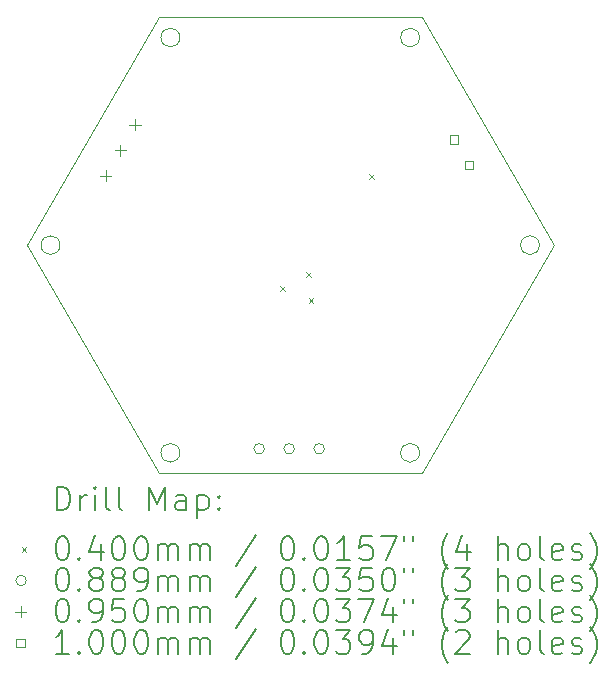
<source format=gbr>
%TF.GenerationSoftware,KiCad,Pcbnew,(6.0.8-1)-1*%
%TF.CreationDate,2022-11-16T20:24:57-05:00*%
%TF.ProjectId,Untitled,556e7469-746c-4656-942e-6b696361645f,rev?*%
%TF.SameCoordinates,Original*%
%TF.FileFunction,Drillmap*%
%TF.FilePolarity,Positive*%
%FSLAX45Y45*%
G04 Gerber Fmt 4.5, Leading zero omitted, Abs format (unit mm)*
G04 Created by KiCad (PCBNEW (6.0.8-1)-1) date 2022-11-16 20:24:57*
%MOMM*%
%LPD*%
G01*
G04 APERTURE LIST*
%ADD10C,0.100000*%
%ADD11C,0.200000*%
%ADD12C,0.040000*%
%ADD13C,0.088900*%
%ADD14C,0.095000*%
G04 APERTURE END LIST*
D10*
X9439000Y-7559000D02*
G75*
G03*
X9439000Y-7559000I-80000J0D01*
G01*
X8425000Y-5801000D02*
G75*
G03*
X8425000Y-5801000I-80000J0D01*
G01*
X9259000Y-3870000D02*
X8145000Y-5801000D01*
X11469000Y-7559000D02*
G75*
G03*
X11469000Y-7559000I-80000J0D01*
G01*
X11489000Y-3870000D02*
X9259000Y-3870000D01*
X9259000Y-7732000D02*
X11489000Y-7732000D01*
X8145000Y-5801000D02*
X9259000Y-7732000D01*
X12604000Y-5801000D02*
X11489000Y-7732000D01*
X12484000Y-5801000D02*
G75*
G03*
X12484000Y-5801000I-80000J0D01*
G01*
X11469000Y-4043000D02*
G75*
G03*
X11469000Y-4043000I-80000J0D01*
G01*
X9439000Y-4043000D02*
G75*
G03*
X9439000Y-4043000I-80000J0D01*
G01*
X12604000Y-5801000D02*
X11489000Y-3870000D01*
D11*
D12*
X10291000Y-6149000D02*
X10331000Y-6189000D01*
X10331000Y-6149000D02*
X10291000Y-6189000D01*
X10509000Y-6031000D02*
X10549000Y-6071000D01*
X10549000Y-6031000D02*
X10509000Y-6071000D01*
X10529000Y-6251000D02*
X10569000Y-6291000D01*
X10569000Y-6251000D02*
X10529000Y-6291000D01*
X11040000Y-5200000D02*
X11080000Y-5240000D01*
X11080000Y-5200000D02*
X11040000Y-5240000D01*
D13*
X10155200Y-7525010D02*
G75*
G03*
X10155200Y-7525010I-44450J0D01*
G01*
X10409200Y-7525010D02*
G75*
G03*
X10409200Y-7525010I-44450J0D01*
G01*
X10663200Y-7525010D02*
G75*
G03*
X10663200Y-7525010I-44450J0D01*
G01*
D14*
X8810000Y-5165513D02*
X8810000Y-5260513D01*
X8762500Y-5213013D02*
X8857500Y-5213013D01*
X8935000Y-4949006D02*
X8935000Y-5044006D01*
X8887500Y-4996506D02*
X8982500Y-4996506D01*
X9060000Y-4732500D02*
X9060000Y-4827500D01*
X9012500Y-4780000D02*
X9107500Y-4780000D01*
D10*
X11798322Y-4940853D02*
X11798322Y-4870141D01*
X11727611Y-4870141D01*
X11727611Y-4940853D01*
X11798322Y-4940853D01*
X11923322Y-5157359D02*
X11923322Y-5086648D01*
X11852611Y-5086648D01*
X11852611Y-5157359D01*
X11923322Y-5157359D01*
D11*
X8397619Y-8047476D02*
X8397619Y-7847476D01*
X8445238Y-7847476D01*
X8473810Y-7857000D01*
X8492857Y-7876048D01*
X8502381Y-7895095D01*
X8511905Y-7933190D01*
X8511905Y-7961762D01*
X8502381Y-7999857D01*
X8492857Y-8018905D01*
X8473810Y-8037952D01*
X8445238Y-8047476D01*
X8397619Y-8047476D01*
X8597619Y-8047476D02*
X8597619Y-7914143D01*
X8597619Y-7952238D02*
X8607143Y-7933190D01*
X8616667Y-7923667D01*
X8635714Y-7914143D01*
X8654762Y-7914143D01*
X8721429Y-8047476D02*
X8721429Y-7914143D01*
X8721429Y-7847476D02*
X8711905Y-7857000D01*
X8721429Y-7866524D01*
X8730952Y-7857000D01*
X8721429Y-7847476D01*
X8721429Y-7866524D01*
X8845238Y-8047476D02*
X8826190Y-8037952D01*
X8816667Y-8018905D01*
X8816667Y-7847476D01*
X8950000Y-8047476D02*
X8930952Y-8037952D01*
X8921429Y-8018905D01*
X8921429Y-7847476D01*
X9178571Y-8047476D02*
X9178571Y-7847476D01*
X9245238Y-7990333D01*
X9311905Y-7847476D01*
X9311905Y-8047476D01*
X9492857Y-8047476D02*
X9492857Y-7942714D01*
X9483333Y-7923667D01*
X9464286Y-7914143D01*
X9426190Y-7914143D01*
X9407143Y-7923667D01*
X9492857Y-8037952D02*
X9473810Y-8047476D01*
X9426190Y-8047476D01*
X9407143Y-8037952D01*
X9397619Y-8018905D01*
X9397619Y-7999857D01*
X9407143Y-7980809D01*
X9426190Y-7971286D01*
X9473810Y-7971286D01*
X9492857Y-7961762D01*
X9588095Y-7914143D02*
X9588095Y-8114143D01*
X9588095Y-7923667D02*
X9607143Y-7914143D01*
X9645238Y-7914143D01*
X9664286Y-7923667D01*
X9673810Y-7933190D01*
X9683333Y-7952238D01*
X9683333Y-8009381D01*
X9673810Y-8028428D01*
X9664286Y-8037952D01*
X9645238Y-8047476D01*
X9607143Y-8047476D01*
X9588095Y-8037952D01*
X9769048Y-8028428D02*
X9778571Y-8037952D01*
X9769048Y-8047476D01*
X9759524Y-8037952D01*
X9769048Y-8028428D01*
X9769048Y-8047476D01*
X9769048Y-7923667D02*
X9778571Y-7933190D01*
X9769048Y-7942714D01*
X9759524Y-7933190D01*
X9769048Y-7923667D01*
X9769048Y-7942714D01*
D12*
X8100000Y-8357000D02*
X8140000Y-8397000D01*
X8140000Y-8357000D02*
X8100000Y-8397000D01*
D11*
X8435714Y-8267476D02*
X8454762Y-8267476D01*
X8473810Y-8277000D01*
X8483333Y-8286524D01*
X8492857Y-8305571D01*
X8502381Y-8343667D01*
X8502381Y-8391286D01*
X8492857Y-8429381D01*
X8483333Y-8448429D01*
X8473810Y-8457952D01*
X8454762Y-8467476D01*
X8435714Y-8467476D01*
X8416667Y-8457952D01*
X8407143Y-8448429D01*
X8397619Y-8429381D01*
X8388095Y-8391286D01*
X8388095Y-8343667D01*
X8397619Y-8305571D01*
X8407143Y-8286524D01*
X8416667Y-8277000D01*
X8435714Y-8267476D01*
X8588095Y-8448429D02*
X8597619Y-8457952D01*
X8588095Y-8467476D01*
X8578571Y-8457952D01*
X8588095Y-8448429D01*
X8588095Y-8467476D01*
X8769048Y-8334143D02*
X8769048Y-8467476D01*
X8721429Y-8257952D02*
X8673810Y-8400810D01*
X8797619Y-8400810D01*
X8911905Y-8267476D02*
X8930952Y-8267476D01*
X8950000Y-8277000D01*
X8959524Y-8286524D01*
X8969048Y-8305571D01*
X8978571Y-8343667D01*
X8978571Y-8391286D01*
X8969048Y-8429381D01*
X8959524Y-8448429D01*
X8950000Y-8457952D01*
X8930952Y-8467476D01*
X8911905Y-8467476D01*
X8892857Y-8457952D01*
X8883333Y-8448429D01*
X8873810Y-8429381D01*
X8864286Y-8391286D01*
X8864286Y-8343667D01*
X8873810Y-8305571D01*
X8883333Y-8286524D01*
X8892857Y-8277000D01*
X8911905Y-8267476D01*
X9102381Y-8267476D02*
X9121429Y-8267476D01*
X9140476Y-8277000D01*
X9150000Y-8286524D01*
X9159524Y-8305571D01*
X9169048Y-8343667D01*
X9169048Y-8391286D01*
X9159524Y-8429381D01*
X9150000Y-8448429D01*
X9140476Y-8457952D01*
X9121429Y-8467476D01*
X9102381Y-8467476D01*
X9083333Y-8457952D01*
X9073810Y-8448429D01*
X9064286Y-8429381D01*
X9054762Y-8391286D01*
X9054762Y-8343667D01*
X9064286Y-8305571D01*
X9073810Y-8286524D01*
X9083333Y-8277000D01*
X9102381Y-8267476D01*
X9254762Y-8467476D02*
X9254762Y-8334143D01*
X9254762Y-8353190D02*
X9264286Y-8343667D01*
X9283333Y-8334143D01*
X9311905Y-8334143D01*
X9330952Y-8343667D01*
X9340476Y-8362714D01*
X9340476Y-8467476D01*
X9340476Y-8362714D02*
X9350000Y-8343667D01*
X9369048Y-8334143D01*
X9397619Y-8334143D01*
X9416667Y-8343667D01*
X9426190Y-8362714D01*
X9426190Y-8467476D01*
X9521429Y-8467476D02*
X9521429Y-8334143D01*
X9521429Y-8353190D02*
X9530952Y-8343667D01*
X9550000Y-8334143D01*
X9578571Y-8334143D01*
X9597619Y-8343667D01*
X9607143Y-8362714D01*
X9607143Y-8467476D01*
X9607143Y-8362714D02*
X9616667Y-8343667D01*
X9635714Y-8334143D01*
X9664286Y-8334143D01*
X9683333Y-8343667D01*
X9692857Y-8362714D01*
X9692857Y-8467476D01*
X10083333Y-8257952D02*
X9911905Y-8515095D01*
X10340476Y-8267476D02*
X10359524Y-8267476D01*
X10378571Y-8277000D01*
X10388095Y-8286524D01*
X10397619Y-8305571D01*
X10407143Y-8343667D01*
X10407143Y-8391286D01*
X10397619Y-8429381D01*
X10388095Y-8448429D01*
X10378571Y-8457952D01*
X10359524Y-8467476D01*
X10340476Y-8467476D01*
X10321429Y-8457952D01*
X10311905Y-8448429D01*
X10302381Y-8429381D01*
X10292857Y-8391286D01*
X10292857Y-8343667D01*
X10302381Y-8305571D01*
X10311905Y-8286524D01*
X10321429Y-8277000D01*
X10340476Y-8267476D01*
X10492857Y-8448429D02*
X10502381Y-8457952D01*
X10492857Y-8467476D01*
X10483333Y-8457952D01*
X10492857Y-8448429D01*
X10492857Y-8467476D01*
X10626190Y-8267476D02*
X10645238Y-8267476D01*
X10664286Y-8277000D01*
X10673810Y-8286524D01*
X10683333Y-8305571D01*
X10692857Y-8343667D01*
X10692857Y-8391286D01*
X10683333Y-8429381D01*
X10673810Y-8448429D01*
X10664286Y-8457952D01*
X10645238Y-8467476D01*
X10626190Y-8467476D01*
X10607143Y-8457952D01*
X10597619Y-8448429D01*
X10588095Y-8429381D01*
X10578571Y-8391286D01*
X10578571Y-8343667D01*
X10588095Y-8305571D01*
X10597619Y-8286524D01*
X10607143Y-8277000D01*
X10626190Y-8267476D01*
X10883333Y-8467476D02*
X10769048Y-8467476D01*
X10826190Y-8467476D02*
X10826190Y-8267476D01*
X10807143Y-8296048D01*
X10788095Y-8315095D01*
X10769048Y-8324619D01*
X11064286Y-8267476D02*
X10969048Y-8267476D01*
X10959524Y-8362714D01*
X10969048Y-8353190D01*
X10988095Y-8343667D01*
X11035714Y-8343667D01*
X11054762Y-8353190D01*
X11064286Y-8362714D01*
X11073810Y-8381762D01*
X11073810Y-8429381D01*
X11064286Y-8448429D01*
X11054762Y-8457952D01*
X11035714Y-8467476D01*
X10988095Y-8467476D01*
X10969048Y-8457952D01*
X10959524Y-8448429D01*
X11140476Y-8267476D02*
X11273809Y-8267476D01*
X11188095Y-8467476D01*
X11340476Y-8267476D02*
X11340476Y-8305571D01*
X11416667Y-8267476D02*
X11416667Y-8305571D01*
X11711905Y-8543667D02*
X11702381Y-8534143D01*
X11683333Y-8505571D01*
X11673809Y-8486524D01*
X11664286Y-8457952D01*
X11654762Y-8410333D01*
X11654762Y-8372238D01*
X11664286Y-8324619D01*
X11673809Y-8296048D01*
X11683333Y-8277000D01*
X11702381Y-8248428D01*
X11711905Y-8238905D01*
X11873809Y-8334143D02*
X11873809Y-8467476D01*
X11826190Y-8257952D02*
X11778571Y-8400810D01*
X11902381Y-8400810D01*
X12130952Y-8467476D02*
X12130952Y-8267476D01*
X12216667Y-8467476D02*
X12216667Y-8362714D01*
X12207143Y-8343667D01*
X12188095Y-8334143D01*
X12159524Y-8334143D01*
X12140476Y-8343667D01*
X12130952Y-8353190D01*
X12340476Y-8467476D02*
X12321428Y-8457952D01*
X12311905Y-8448429D01*
X12302381Y-8429381D01*
X12302381Y-8372238D01*
X12311905Y-8353190D01*
X12321428Y-8343667D01*
X12340476Y-8334143D01*
X12369048Y-8334143D01*
X12388095Y-8343667D01*
X12397619Y-8353190D01*
X12407143Y-8372238D01*
X12407143Y-8429381D01*
X12397619Y-8448429D01*
X12388095Y-8457952D01*
X12369048Y-8467476D01*
X12340476Y-8467476D01*
X12521428Y-8467476D02*
X12502381Y-8457952D01*
X12492857Y-8438905D01*
X12492857Y-8267476D01*
X12673809Y-8457952D02*
X12654762Y-8467476D01*
X12616667Y-8467476D01*
X12597619Y-8457952D01*
X12588095Y-8438905D01*
X12588095Y-8362714D01*
X12597619Y-8343667D01*
X12616667Y-8334143D01*
X12654762Y-8334143D01*
X12673809Y-8343667D01*
X12683333Y-8362714D01*
X12683333Y-8381762D01*
X12588095Y-8400810D01*
X12759524Y-8457952D02*
X12778571Y-8467476D01*
X12816667Y-8467476D01*
X12835714Y-8457952D01*
X12845238Y-8438905D01*
X12845238Y-8429381D01*
X12835714Y-8410333D01*
X12816667Y-8400810D01*
X12788095Y-8400810D01*
X12769048Y-8391286D01*
X12759524Y-8372238D01*
X12759524Y-8362714D01*
X12769048Y-8343667D01*
X12788095Y-8334143D01*
X12816667Y-8334143D01*
X12835714Y-8343667D01*
X12911905Y-8543667D02*
X12921428Y-8534143D01*
X12940476Y-8505571D01*
X12950000Y-8486524D01*
X12959524Y-8457952D01*
X12969048Y-8410333D01*
X12969048Y-8372238D01*
X12959524Y-8324619D01*
X12950000Y-8296048D01*
X12940476Y-8277000D01*
X12921428Y-8248428D01*
X12911905Y-8238905D01*
D13*
X8140000Y-8641000D02*
G75*
G03*
X8140000Y-8641000I-44450J0D01*
G01*
D11*
X8435714Y-8531476D02*
X8454762Y-8531476D01*
X8473810Y-8541000D01*
X8483333Y-8550524D01*
X8492857Y-8569571D01*
X8502381Y-8607667D01*
X8502381Y-8655286D01*
X8492857Y-8693381D01*
X8483333Y-8712429D01*
X8473810Y-8721952D01*
X8454762Y-8731476D01*
X8435714Y-8731476D01*
X8416667Y-8721952D01*
X8407143Y-8712429D01*
X8397619Y-8693381D01*
X8388095Y-8655286D01*
X8388095Y-8607667D01*
X8397619Y-8569571D01*
X8407143Y-8550524D01*
X8416667Y-8541000D01*
X8435714Y-8531476D01*
X8588095Y-8712429D02*
X8597619Y-8721952D01*
X8588095Y-8731476D01*
X8578571Y-8721952D01*
X8588095Y-8712429D01*
X8588095Y-8731476D01*
X8711905Y-8617190D02*
X8692857Y-8607667D01*
X8683333Y-8598143D01*
X8673810Y-8579095D01*
X8673810Y-8569571D01*
X8683333Y-8550524D01*
X8692857Y-8541000D01*
X8711905Y-8531476D01*
X8750000Y-8531476D01*
X8769048Y-8541000D01*
X8778571Y-8550524D01*
X8788095Y-8569571D01*
X8788095Y-8579095D01*
X8778571Y-8598143D01*
X8769048Y-8607667D01*
X8750000Y-8617190D01*
X8711905Y-8617190D01*
X8692857Y-8626714D01*
X8683333Y-8636238D01*
X8673810Y-8655286D01*
X8673810Y-8693381D01*
X8683333Y-8712429D01*
X8692857Y-8721952D01*
X8711905Y-8731476D01*
X8750000Y-8731476D01*
X8769048Y-8721952D01*
X8778571Y-8712429D01*
X8788095Y-8693381D01*
X8788095Y-8655286D01*
X8778571Y-8636238D01*
X8769048Y-8626714D01*
X8750000Y-8617190D01*
X8902381Y-8617190D02*
X8883333Y-8607667D01*
X8873810Y-8598143D01*
X8864286Y-8579095D01*
X8864286Y-8569571D01*
X8873810Y-8550524D01*
X8883333Y-8541000D01*
X8902381Y-8531476D01*
X8940476Y-8531476D01*
X8959524Y-8541000D01*
X8969048Y-8550524D01*
X8978571Y-8569571D01*
X8978571Y-8579095D01*
X8969048Y-8598143D01*
X8959524Y-8607667D01*
X8940476Y-8617190D01*
X8902381Y-8617190D01*
X8883333Y-8626714D01*
X8873810Y-8636238D01*
X8864286Y-8655286D01*
X8864286Y-8693381D01*
X8873810Y-8712429D01*
X8883333Y-8721952D01*
X8902381Y-8731476D01*
X8940476Y-8731476D01*
X8959524Y-8721952D01*
X8969048Y-8712429D01*
X8978571Y-8693381D01*
X8978571Y-8655286D01*
X8969048Y-8636238D01*
X8959524Y-8626714D01*
X8940476Y-8617190D01*
X9073810Y-8731476D02*
X9111905Y-8731476D01*
X9130952Y-8721952D01*
X9140476Y-8712429D01*
X9159524Y-8683857D01*
X9169048Y-8645762D01*
X9169048Y-8569571D01*
X9159524Y-8550524D01*
X9150000Y-8541000D01*
X9130952Y-8531476D01*
X9092857Y-8531476D01*
X9073810Y-8541000D01*
X9064286Y-8550524D01*
X9054762Y-8569571D01*
X9054762Y-8617190D01*
X9064286Y-8636238D01*
X9073810Y-8645762D01*
X9092857Y-8655286D01*
X9130952Y-8655286D01*
X9150000Y-8645762D01*
X9159524Y-8636238D01*
X9169048Y-8617190D01*
X9254762Y-8731476D02*
X9254762Y-8598143D01*
X9254762Y-8617190D02*
X9264286Y-8607667D01*
X9283333Y-8598143D01*
X9311905Y-8598143D01*
X9330952Y-8607667D01*
X9340476Y-8626714D01*
X9340476Y-8731476D01*
X9340476Y-8626714D02*
X9350000Y-8607667D01*
X9369048Y-8598143D01*
X9397619Y-8598143D01*
X9416667Y-8607667D01*
X9426190Y-8626714D01*
X9426190Y-8731476D01*
X9521429Y-8731476D02*
X9521429Y-8598143D01*
X9521429Y-8617190D02*
X9530952Y-8607667D01*
X9550000Y-8598143D01*
X9578571Y-8598143D01*
X9597619Y-8607667D01*
X9607143Y-8626714D01*
X9607143Y-8731476D01*
X9607143Y-8626714D02*
X9616667Y-8607667D01*
X9635714Y-8598143D01*
X9664286Y-8598143D01*
X9683333Y-8607667D01*
X9692857Y-8626714D01*
X9692857Y-8731476D01*
X10083333Y-8521952D02*
X9911905Y-8779095D01*
X10340476Y-8531476D02*
X10359524Y-8531476D01*
X10378571Y-8541000D01*
X10388095Y-8550524D01*
X10397619Y-8569571D01*
X10407143Y-8607667D01*
X10407143Y-8655286D01*
X10397619Y-8693381D01*
X10388095Y-8712429D01*
X10378571Y-8721952D01*
X10359524Y-8731476D01*
X10340476Y-8731476D01*
X10321429Y-8721952D01*
X10311905Y-8712429D01*
X10302381Y-8693381D01*
X10292857Y-8655286D01*
X10292857Y-8607667D01*
X10302381Y-8569571D01*
X10311905Y-8550524D01*
X10321429Y-8541000D01*
X10340476Y-8531476D01*
X10492857Y-8712429D02*
X10502381Y-8721952D01*
X10492857Y-8731476D01*
X10483333Y-8721952D01*
X10492857Y-8712429D01*
X10492857Y-8731476D01*
X10626190Y-8531476D02*
X10645238Y-8531476D01*
X10664286Y-8541000D01*
X10673810Y-8550524D01*
X10683333Y-8569571D01*
X10692857Y-8607667D01*
X10692857Y-8655286D01*
X10683333Y-8693381D01*
X10673810Y-8712429D01*
X10664286Y-8721952D01*
X10645238Y-8731476D01*
X10626190Y-8731476D01*
X10607143Y-8721952D01*
X10597619Y-8712429D01*
X10588095Y-8693381D01*
X10578571Y-8655286D01*
X10578571Y-8607667D01*
X10588095Y-8569571D01*
X10597619Y-8550524D01*
X10607143Y-8541000D01*
X10626190Y-8531476D01*
X10759524Y-8531476D02*
X10883333Y-8531476D01*
X10816667Y-8607667D01*
X10845238Y-8607667D01*
X10864286Y-8617190D01*
X10873810Y-8626714D01*
X10883333Y-8645762D01*
X10883333Y-8693381D01*
X10873810Y-8712429D01*
X10864286Y-8721952D01*
X10845238Y-8731476D01*
X10788095Y-8731476D01*
X10769048Y-8721952D01*
X10759524Y-8712429D01*
X11064286Y-8531476D02*
X10969048Y-8531476D01*
X10959524Y-8626714D01*
X10969048Y-8617190D01*
X10988095Y-8607667D01*
X11035714Y-8607667D01*
X11054762Y-8617190D01*
X11064286Y-8626714D01*
X11073810Y-8645762D01*
X11073810Y-8693381D01*
X11064286Y-8712429D01*
X11054762Y-8721952D01*
X11035714Y-8731476D01*
X10988095Y-8731476D01*
X10969048Y-8721952D01*
X10959524Y-8712429D01*
X11197619Y-8531476D02*
X11216667Y-8531476D01*
X11235714Y-8541000D01*
X11245238Y-8550524D01*
X11254762Y-8569571D01*
X11264286Y-8607667D01*
X11264286Y-8655286D01*
X11254762Y-8693381D01*
X11245238Y-8712429D01*
X11235714Y-8721952D01*
X11216667Y-8731476D01*
X11197619Y-8731476D01*
X11178571Y-8721952D01*
X11169048Y-8712429D01*
X11159524Y-8693381D01*
X11150000Y-8655286D01*
X11150000Y-8607667D01*
X11159524Y-8569571D01*
X11169048Y-8550524D01*
X11178571Y-8541000D01*
X11197619Y-8531476D01*
X11340476Y-8531476D02*
X11340476Y-8569571D01*
X11416667Y-8531476D02*
X11416667Y-8569571D01*
X11711905Y-8807667D02*
X11702381Y-8798143D01*
X11683333Y-8769571D01*
X11673809Y-8750524D01*
X11664286Y-8721952D01*
X11654762Y-8674333D01*
X11654762Y-8636238D01*
X11664286Y-8588619D01*
X11673809Y-8560048D01*
X11683333Y-8541000D01*
X11702381Y-8512429D01*
X11711905Y-8502905D01*
X11769048Y-8531476D02*
X11892857Y-8531476D01*
X11826190Y-8607667D01*
X11854762Y-8607667D01*
X11873809Y-8617190D01*
X11883333Y-8626714D01*
X11892857Y-8645762D01*
X11892857Y-8693381D01*
X11883333Y-8712429D01*
X11873809Y-8721952D01*
X11854762Y-8731476D01*
X11797619Y-8731476D01*
X11778571Y-8721952D01*
X11769048Y-8712429D01*
X12130952Y-8731476D02*
X12130952Y-8531476D01*
X12216667Y-8731476D02*
X12216667Y-8626714D01*
X12207143Y-8607667D01*
X12188095Y-8598143D01*
X12159524Y-8598143D01*
X12140476Y-8607667D01*
X12130952Y-8617190D01*
X12340476Y-8731476D02*
X12321428Y-8721952D01*
X12311905Y-8712429D01*
X12302381Y-8693381D01*
X12302381Y-8636238D01*
X12311905Y-8617190D01*
X12321428Y-8607667D01*
X12340476Y-8598143D01*
X12369048Y-8598143D01*
X12388095Y-8607667D01*
X12397619Y-8617190D01*
X12407143Y-8636238D01*
X12407143Y-8693381D01*
X12397619Y-8712429D01*
X12388095Y-8721952D01*
X12369048Y-8731476D01*
X12340476Y-8731476D01*
X12521428Y-8731476D02*
X12502381Y-8721952D01*
X12492857Y-8702905D01*
X12492857Y-8531476D01*
X12673809Y-8721952D02*
X12654762Y-8731476D01*
X12616667Y-8731476D01*
X12597619Y-8721952D01*
X12588095Y-8702905D01*
X12588095Y-8626714D01*
X12597619Y-8607667D01*
X12616667Y-8598143D01*
X12654762Y-8598143D01*
X12673809Y-8607667D01*
X12683333Y-8626714D01*
X12683333Y-8645762D01*
X12588095Y-8664810D01*
X12759524Y-8721952D02*
X12778571Y-8731476D01*
X12816667Y-8731476D01*
X12835714Y-8721952D01*
X12845238Y-8702905D01*
X12845238Y-8693381D01*
X12835714Y-8674333D01*
X12816667Y-8664810D01*
X12788095Y-8664810D01*
X12769048Y-8655286D01*
X12759524Y-8636238D01*
X12759524Y-8626714D01*
X12769048Y-8607667D01*
X12788095Y-8598143D01*
X12816667Y-8598143D01*
X12835714Y-8607667D01*
X12911905Y-8807667D02*
X12921428Y-8798143D01*
X12940476Y-8769571D01*
X12950000Y-8750524D01*
X12959524Y-8721952D01*
X12969048Y-8674333D01*
X12969048Y-8636238D01*
X12959524Y-8588619D01*
X12950000Y-8560048D01*
X12940476Y-8541000D01*
X12921428Y-8512429D01*
X12911905Y-8502905D01*
D14*
X8092500Y-8857500D02*
X8092500Y-8952500D01*
X8045000Y-8905000D02*
X8140000Y-8905000D01*
D11*
X8435714Y-8795476D02*
X8454762Y-8795476D01*
X8473810Y-8805000D01*
X8483333Y-8814524D01*
X8492857Y-8833571D01*
X8502381Y-8871667D01*
X8502381Y-8919286D01*
X8492857Y-8957381D01*
X8483333Y-8976429D01*
X8473810Y-8985952D01*
X8454762Y-8995476D01*
X8435714Y-8995476D01*
X8416667Y-8985952D01*
X8407143Y-8976429D01*
X8397619Y-8957381D01*
X8388095Y-8919286D01*
X8388095Y-8871667D01*
X8397619Y-8833571D01*
X8407143Y-8814524D01*
X8416667Y-8805000D01*
X8435714Y-8795476D01*
X8588095Y-8976429D02*
X8597619Y-8985952D01*
X8588095Y-8995476D01*
X8578571Y-8985952D01*
X8588095Y-8976429D01*
X8588095Y-8995476D01*
X8692857Y-8995476D02*
X8730952Y-8995476D01*
X8750000Y-8985952D01*
X8759524Y-8976429D01*
X8778571Y-8947857D01*
X8788095Y-8909762D01*
X8788095Y-8833571D01*
X8778571Y-8814524D01*
X8769048Y-8805000D01*
X8750000Y-8795476D01*
X8711905Y-8795476D01*
X8692857Y-8805000D01*
X8683333Y-8814524D01*
X8673810Y-8833571D01*
X8673810Y-8881190D01*
X8683333Y-8900238D01*
X8692857Y-8909762D01*
X8711905Y-8919286D01*
X8750000Y-8919286D01*
X8769048Y-8909762D01*
X8778571Y-8900238D01*
X8788095Y-8881190D01*
X8969048Y-8795476D02*
X8873810Y-8795476D01*
X8864286Y-8890714D01*
X8873810Y-8881190D01*
X8892857Y-8871667D01*
X8940476Y-8871667D01*
X8959524Y-8881190D01*
X8969048Y-8890714D01*
X8978571Y-8909762D01*
X8978571Y-8957381D01*
X8969048Y-8976429D01*
X8959524Y-8985952D01*
X8940476Y-8995476D01*
X8892857Y-8995476D01*
X8873810Y-8985952D01*
X8864286Y-8976429D01*
X9102381Y-8795476D02*
X9121429Y-8795476D01*
X9140476Y-8805000D01*
X9150000Y-8814524D01*
X9159524Y-8833571D01*
X9169048Y-8871667D01*
X9169048Y-8919286D01*
X9159524Y-8957381D01*
X9150000Y-8976429D01*
X9140476Y-8985952D01*
X9121429Y-8995476D01*
X9102381Y-8995476D01*
X9083333Y-8985952D01*
X9073810Y-8976429D01*
X9064286Y-8957381D01*
X9054762Y-8919286D01*
X9054762Y-8871667D01*
X9064286Y-8833571D01*
X9073810Y-8814524D01*
X9083333Y-8805000D01*
X9102381Y-8795476D01*
X9254762Y-8995476D02*
X9254762Y-8862143D01*
X9254762Y-8881190D02*
X9264286Y-8871667D01*
X9283333Y-8862143D01*
X9311905Y-8862143D01*
X9330952Y-8871667D01*
X9340476Y-8890714D01*
X9340476Y-8995476D01*
X9340476Y-8890714D02*
X9350000Y-8871667D01*
X9369048Y-8862143D01*
X9397619Y-8862143D01*
X9416667Y-8871667D01*
X9426190Y-8890714D01*
X9426190Y-8995476D01*
X9521429Y-8995476D02*
X9521429Y-8862143D01*
X9521429Y-8881190D02*
X9530952Y-8871667D01*
X9550000Y-8862143D01*
X9578571Y-8862143D01*
X9597619Y-8871667D01*
X9607143Y-8890714D01*
X9607143Y-8995476D01*
X9607143Y-8890714D02*
X9616667Y-8871667D01*
X9635714Y-8862143D01*
X9664286Y-8862143D01*
X9683333Y-8871667D01*
X9692857Y-8890714D01*
X9692857Y-8995476D01*
X10083333Y-8785952D02*
X9911905Y-9043095D01*
X10340476Y-8795476D02*
X10359524Y-8795476D01*
X10378571Y-8805000D01*
X10388095Y-8814524D01*
X10397619Y-8833571D01*
X10407143Y-8871667D01*
X10407143Y-8919286D01*
X10397619Y-8957381D01*
X10388095Y-8976429D01*
X10378571Y-8985952D01*
X10359524Y-8995476D01*
X10340476Y-8995476D01*
X10321429Y-8985952D01*
X10311905Y-8976429D01*
X10302381Y-8957381D01*
X10292857Y-8919286D01*
X10292857Y-8871667D01*
X10302381Y-8833571D01*
X10311905Y-8814524D01*
X10321429Y-8805000D01*
X10340476Y-8795476D01*
X10492857Y-8976429D02*
X10502381Y-8985952D01*
X10492857Y-8995476D01*
X10483333Y-8985952D01*
X10492857Y-8976429D01*
X10492857Y-8995476D01*
X10626190Y-8795476D02*
X10645238Y-8795476D01*
X10664286Y-8805000D01*
X10673810Y-8814524D01*
X10683333Y-8833571D01*
X10692857Y-8871667D01*
X10692857Y-8919286D01*
X10683333Y-8957381D01*
X10673810Y-8976429D01*
X10664286Y-8985952D01*
X10645238Y-8995476D01*
X10626190Y-8995476D01*
X10607143Y-8985952D01*
X10597619Y-8976429D01*
X10588095Y-8957381D01*
X10578571Y-8919286D01*
X10578571Y-8871667D01*
X10588095Y-8833571D01*
X10597619Y-8814524D01*
X10607143Y-8805000D01*
X10626190Y-8795476D01*
X10759524Y-8795476D02*
X10883333Y-8795476D01*
X10816667Y-8871667D01*
X10845238Y-8871667D01*
X10864286Y-8881190D01*
X10873810Y-8890714D01*
X10883333Y-8909762D01*
X10883333Y-8957381D01*
X10873810Y-8976429D01*
X10864286Y-8985952D01*
X10845238Y-8995476D01*
X10788095Y-8995476D01*
X10769048Y-8985952D01*
X10759524Y-8976429D01*
X10950000Y-8795476D02*
X11083333Y-8795476D01*
X10997619Y-8995476D01*
X11245238Y-8862143D02*
X11245238Y-8995476D01*
X11197619Y-8785952D02*
X11150000Y-8928810D01*
X11273809Y-8928810D01*
X11340476Y-8795476D02*
X11340476Y-8833571D01*
X11416667Y-8795476D02*
X11416667Y-8833571D01*
X11711905Y-9071667D02*
X11702381Y-9062143D01*
X11683333Y-9033571D01*
X11673809Y-9014524D01*
X11664286Y-8985952D01*
X11654762Y-8938333D01*
X11654762Y-8900238D01*
X11664286Y-8852619D01*
X11673809Y-8824048D01*
X11683333Y-8805000D01*
X11702381Y-8776429D01*
X11711905Y-8766905D01*
X11769048Y-8795476D02*
X11892857Y-8795476D01*
X11826190Y-8871667D01*
X11854762Y-8871667D01*
X11873809Y-8881190D01*
X11883333Y-8890714D01*
X11892857Y-8909762D01*
X11892857Y-8957381D01*
X11883333Y-8976429D01*
X11873809Y-8985952D01*
X11854762Y-8995476D01*
X11797619Y-8995476D01*
X11778571Y-8985952D01*
X11769048Y-8976429D01*
X12130952Y-8995476D02*
X12130952Y-8795476D01*
X12216667Y-8995476D02*
X12216667Y-8890714D01*
X12207143Y-8871667D01*
X12188095Y-8862143D01*
X12159524Y-8862143D01*
X12140476Y-8871667D01*
X12130952Y-8881190D01*
X12340476Y-8995476D02*
X12321428Y-8985952D01*
X12311905Y-8976429D01*
X12302381Y-8957381D01*
X12302381Y-8900238D01*
X12311905Y-8881190D01*
X12321428Y-8871667D01*
X12340476Y-8862143D01*
X12369048Y-8862143D01*
X12388095Y-8871667D01*
X12397619Y-8881190D01*
X12407143Y-8900238D01*
X12407143Y-8957381D01*
X12397619Y-8976429D01*
X12388095Y-8985952D01*
X12369048Y-8995476D01*
X12340476Y-8995476D01*
X12521428Y-8995476D02*
X12502381Y-8985952D01*
X12492857Y-8966905D01*
X12492857Y-8795476D01*
X12673809Y-8985952D02*
X12654762Y-8995476D01*
X12616667Y-8995476D01*
X12597619Y-8985952D01*
X12588095Y-8966905D01*
X12588095Y-8890714D01*
X12597619Y-8871667D01*
X12616667Y-8862143D01*
X12654762Y-8862143D01*
X12673809Y-8871667D01*
X12683333Y-8890714D01*
X12683333Y-8909762D01*
X12588095Y-8928810D01*
X12759524Y-8985952D02*
X12778571Y-8995476D01*
X12816667Y-8995476D01*
X12835714Y-8985952D01*
X12845238Y-8966905D01*
X12845238Y-8957381D01*
X12835714Y-8938333D01*
X12816667Y-8928810D01*
X12788095Y-8928810D01*
X12769048Y-8919286D01*
X12759524Y-8900238D01*
X12759524Y-8890714D01*
X12769048Y-8871667D01*
X12788095Y-8862143D01*
X12816667Y-8862143D01*
X12835714Y-8871667D01*
X12911905Y-9071667D02*
X12921428Y-9062143D01*
X12940476Y-9033571D01*
X12950000Y-9014524D01*
X12959524Y-8985952D01*
X12969048Y-8938333D01*
X12969048Y-8900238D01*
X12959524Y-8852619D01*
X12950000Y-8824048D01*
X12940476Y-8805000D01*
X12921428Y-8776429D01*
X12911905Y-8766905D01*
D10*
X8125356Y-9204356D02*
X8125356Y-9133644D01*
X8054644Y-9133644D01*
X8054644Y-9204356D01*
X8125356Y-9204356D01*
D11*
X8502381Y-9259476D02*
X8388095Y-9259476D01*
X8445238Y-9259476D02*
X8445238Y-9059476D01*
X8426190Y-9088048D01*
X8407143Y-9107095D01*
X8388095Y-9116619D01*
X8588095Y-9240429D02*
X8597619Y-9249952D01*
X8588095Y-9259476D01*
X8578571Y-9249952D01*
X8588095Y-9240429D01*
X8588095Y-9259476D01*
X8721429Y-9059476D02*
X8740476Y-9059476D01*
X8759524Y-9069000D01*
X8769048Y-9078524D01*
X8778571Y-9097571D01*
X8788095Y-9135667D01*
X8788095Y-9183286D01*
X8778571Y-9221381D01*
X8769048Y-9240429D01*
X8759524Y-9249952D01*
X8740476Y-9259476D01*
X8721429Y-9259476D01*
X8702381Y-9249952D01*
X8692857Y-9240429D01*
X8683333Y-9221381D01*
X8673810Y-9183286D01*
X8673810Y-9135667D01*
X8683333Y-9097571D01*
X8692857Y-9078524D01*
X8702381Y-9069000D01*
X8721429Y-9059476D01*
X8911905Y-9059476D02*
X8930952Y-9059476D01*
X8950000Y-9069000D01*
X8959524Y-9078524D01*
X8969048Y-9097571D01*
X8978571Y-9135667D01*
X8978571Y-9183286D01*
X8969048Y-9221381D01*
X8959524Y-9240429D01*
X8950000Y-9249952D01*
X8930952Y-9259476D01*
X8911905Y-9259476D01*
X8892857Y-9249952D01*
X8883333Y-9240429D01*
X8873810Y-9221381D01*
X8864286Y-9183286D01*
X8864286Y-9135667D01*
X8873810Y-9097571D01*
X8883333Y-9078524D01*
X8892857Y-9069000D01*
X8911905Y-9059476D01*
X9102381Y-9059476D02*
X9121429Y-9059476D01*
X9140476Y-9069000D01*
X9150000Y-9078524D01*
X9159524Y-9097571D01*
X9169048Y-9135667D01*
X9169048Y-9183286D01*
X9159524Y-9221381D01*
X9150000Y-9240429D01*
X9140476Y-9249952D01*
X9121429Y-9259476D01*
X9102381Y-9259476D01*
X9083333Y-9249952D01*
X9073810Y-9240429D01*
X9064286Y-9221381D01*
X9054762Y-9183286D01*
X9054762Y-9135667D01*
X9064286Y-9097571D01*
X9073810Y-9078524D01*
X9083333Y-9069000D01*
X9102381Y-9059476D01*
X9254762Y-9259476D02*
X9254762Y-9126143D01*
X9254762Y-9145190D02*
X9264286Y-9135667D01*
X9283333Y-9126143D01*
X9311905Y-9126143D01*
X9330952Y-9135667D01*
X9340476Y-9154714D01*
X9340476Y-9259476D01*
X9340476Y-9154714D02*
X9350000Y-9135667D01*
X9369048Y-9126143D01*
X9397619Y-9126143D01*
X9416667Y-9135667D01*
X9426190Y-9154714D01*
X9426190Y-9259476D01*
X9521429Y-9259476D02*
X9521429Y-9126143D01*
X9521429Y-9145190D02*
X9530952Y-9135667D01*
X9550000Y-9126143D01*
X9578571Y-9126143D01*
X9597619Y-9135667D01*
X9607143Y-9154714D01*
X9607143Y-9259476D01*
X9607143Y-9154714D02*
X9616667Y-9135667D01*
X9635714Y-9126143D01*
X9664286Y-9126143D01*
X9683333Y-9135667D01*
X9692857Y-9154714D01*
X9692857Y-9259476D01*
X10083333Y-9049952D02*
X9911905Y-9307095D01*
X10340476Y-9059476D02*
X10359524Y-9059476D01*
X10378571Y-9069000D01*
X10388095Y-9078524D01*
X10397619Y-9097571D01*
X10407143Y-9135667D01*
X10407143Y-9183286D01*
X10397619Y-9221381D01*
X10388095Y-9240429D01*
X10378571Y-9249952D01*
X10359524Y-9259476D01*
X10340476Y-9259476D01*
X10321429Y-9249952D01*
X10311905Y-9240429D01*
X10302381Y-9221381D01*
X10292857Y-9183286D01*
X10292857Y-9135667D01*
X10302381Y-9097571D01*
X10311905Y-9078524D01*
X10321429Y-9069000D01*
X10340476Y-9059476D01*
X10492857Y-9240429D02*
X10502381Y-9249952D01*
X10492857Y-9259476D01*
X10483333Y-9249952D01*
X10492857Y-9240429D01*
X10492857Y-9259476D01*
X10626190Y-9059476D02*
X10645238Y-9059476D01*
X10664286Y-9069000D01*
X10673810Y-9078524D01*
X10683333Y-9097571D01*
X10692857Y-9135667D01*
X10692857Y-9183286D01*
X10683333Y-9221381D01*
X10673810Y-9240429D01*
X10664286Y-9249952D01*
X10645238Y-9259476D01*
X10626190Y-9259476D01*
X10607143Y-9249952D01*
X10597619Y-9240429D01*
X10588095Y-9221381D01*
X10578571Y-9183286D01*
X10578571Y-9135667D01*
X10588095Y-9097571D01*
X10597619Y-9078524D01*
X10607143Y-9069000D01*
X10626190Y-9059476D01*
X10759524Y-9059476D02*
X10883333Y-9059476D01*
X10816667Y-9135667D01*
X10845238Y-9135667D01*
X10864286Y-9145190D01*
X10873810Y-9154714D01*
X10883333Y-9173762D01*
X10883333Y-9221381D01*
X10873810Y-9240429D01*
X10864286Y-9249952D01*
X10845238Y-9259476D01*
X10788095Y-9259476D01*
X10769048Y-9249952D01*
X10759524Y-9240429D01*
X10978571Y-9259476D02*
X11016667Y-9259476D01*
X11035714Y-9249952D01*
X11045238Y-9240429D01*
X11064286Y-9211857D01*
X11073810Y-9173762D01*
X11073810Y-9097571D01*
X11064286Y-9078524D01*
X11054762Y-9069000D01*
X11035714Y-9059476D01*
X10997619Y-9059476D01*
X10978571Y-9069000D01*
X10969048Y-9078524D01*
X10959524Y-9097571D01*
X10959524Y-9145190D01*
X10969048Y-9164238D01*
X10978571Y-9173762D01*
X10997619Y-9183286D01*
X11035714Y-9183286D01*
X11054762Y-9173762D01*
X11064286Y-9164238D01*
X11073810Y-9145190D01*
X11245238Y-9126143D02*
X11245238Y-9259476D01*
X11197619Y-9049952D02*
X11150000Y-9192810D01*
X11273809Y-9192810D01*
X11340476Y-9059476D02*
X11340476Y-9097571D01*
X11416667Y-9059476D02*
X11416667Y-9097571D01*
X11711905Y-9335667D02*
X11702381Y-9326143D01*
X11683333Y-9297571D01*
X11673809Y-9278524D01*
X11664286Y-9249952D01*
X11654762Y-9202333D01*
X11654762Y-9164238D01*
X11664286Y-9116619D01*
X11673809Y-9088048D01*
X11683333Y-9069000D01*
X11702381Y-9040429D01*
X11711905Y-9030905D01*
X11778571Y-9078524D02*
X11788095Y-9069000D01*
X11807143Y-9059476D01*
X11854762Y-9059476D01*
X11873809Y-9069000D01*
X11883333Y-9078524D01*
X11892857Y-9097571D01*
X11892857Y-9116619D01*
X11883333Y-9145190D01*
X11769048Y-9259476D01*
X11892857Y-9259476D01*
X12130952Y-9259476D02*
X12130952Y-9059476D01*
X12216667Y-9259476D02*
X12216667Y-9154714D01*
X12207143Y-9135667D01*
X12188095Y-9126143D01*
X12159524Y-9126143D01*
X12140476Y-9135667D01*
X12130952Y-9145190D01*
X12340476Y-9259476D02*
X12321428Y-9249952D01*
X12311905Y-9240429D01*
X12302381Y-9221381D01*
X12302381Y-9164238D01*
X12311905Y-9145190D01*
X12321428Y-9135667D01*
X12340476Y-9126143D01*
X12369048Y-9126143D01*
X12388095Y-9135667D01*
X12397619Y-9145190D01*
X12407143Y-9164238D01*
X12407143Y-9221381D01*
X12397619Y-9240429D01*
X12388095Y-9249952D01*
X12369048Y-9259476D01*
X12340476Y-9259476D01*
X12521428Y-9259476D02*
X12502381Y-9249952D01*
X12492857Y-9230905D01*
X12492857Y-9059476D01*
X12673809Y-9249952D02*
X12654762Y-9259476D01*
X12616667Y-9259476D01*
X12597619Y-9249952D01*
X12588095Y-9230905D01*
X12588095Y-9154714D01*
X12597619Y-9135667D01*
X12616667Y-9126143D01*
X12654762Y-9126143D01*
X12673809Y-9135667D01*
X12683333Y-9154714D01*
X12683333Y-9173762D01*
X12588095Y-9192810D01*
X12759524Y-9249952D02*
X12778571Y-9259476D01*
X12816667Y-9259476D01*
X12835714Y-9249952D01*
X12845238Y-9230905D01*
X12845238Y-9221381D01*
X12835714Y-9202333D01*
X12816667Y-9192810D01*
X12788095Y-9192810D01*
X12769048Y-9183286D01*
X12759524Y-9164238D01*
X12759524Y-9154714D01*
X12769048Y-9135667D01*
X12788095Y-9126143D01*
X12816667Y-9126143D01*
X12835714Y-9135667D01*
X12911905Y-9335667D02*
X12921428Y-9326143D01*
X12940476Y-9297571D01*
X12950000Y-9278524D01*
X12959524Y-9249952D01*
X12969048Y-9202333D01*
X12969048Y-9164238D01*
X12959524Y-9116619D01*
X12950000Y-9088048D01*
X12940476Y-9069000D01*
X12921428Y-9040429D01*
X12911905Y-9030905D01*
M02*

</source>
